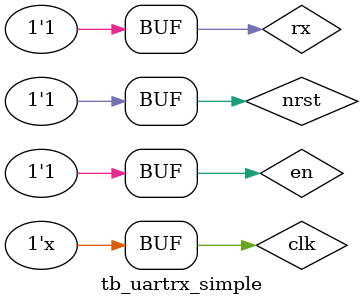
<source format=v>
`timescale 1ns / 1ps
`define CLK_PERIOD 10 //10ns
`define BAUD_MULT 10416 //10416 clks = 1 bit
module tb_uartrx_simple;

	// Inputs
	reg clk;
	reg nrst;
	reg en;
	reg rx;

	// Outputs
	wire [7:0] dout;

	// Instantiate the Unit Under Test (UUT)
	uartrx_simple uut (
		.clk(clk), 
		.nrst(nrst), 
		.en(en), 
		.rx(rx), 
		.dout(dout)
	);
  
  always begin
    #(`CLK_PERIOD/2) clk = ~clk;
  end

	initial begin
		// Initialize Inputs
		clk = 0;
		nrst = 0;
		en = 0;
		rx = 1'b1;

		// Wait 100 ns for global reset to finish
		#(`CLK_PERIOD*10);
    nrst = 1'b1;
    #(`CLK_PERIOD*10);
        
		// Add stimulus here
    #(`CLK_PERIOD * (`BAUD_MULT/2));
    en = 1'b1;
    #(`CLK_PERIOD * 5 * `BAUD_MULT);
    // Start bit
    rx = 0;
    #(`CLK_PERIOD * `BAUD_MULT);
    // bit 0
    rx = 1'b1;
    #(`CLK_PERIOD * `BAUD_MULT);
    // bit 1
    rx = 0;
    #(`CLK_PERIOD * `BAUD_MULT);
    // bit 2
    rx = 1'b1;
    #(`CLK_PERIOD * `BAUD_MULT);
    // bit 3
    rx = 1'b0;
    #(`CLK_PERIOD * `BAUD_MULT);
    // bit 4
    rx = 1'b0;
    #(`CLK_PERIOD * `BAUD_MULT);
    // bit 5
    rx = 1'b0;
    #(`CLK_PERIOD * `BAUD_MULT);
    // bit 6
    rx = 1'b1;
    #(`CLK_PERIOD * `BAUD_MULT);
    // bit 7
    rx = 1'b0;
    #(`CLK_PERIOD * `BAUD_MULT);
    // Stop bit
    rx = 1'b1;
    #(`CLK_PERIOD * `BAUD_MULT);
        
    // Start bit
    rx = 0;
    #(`CLK_PERIOD * `BAUD_MULT);
    // bit 0
    rx = 1'b0;
    #(`CLK_PERIOD * `BAUD_MULT);
    // bit 1
    rx = 1'b1;
    #(`CLK_PERIOD * `BAUD_MULT);
    // bit 2
    rx = 1'b1;
    #(`CLK_PERIOD * `BAUD_MULT);
    // bit 3
    rx = 1'b0;
    #(`CLK_PERIOD * `BAUD_MULT);
    // bit 4
    rx = 1'b1;
    #(`CLK_PERIOD * `BAUD_MULT);
    // bit 5
    rx = 1'b0;
    #(`CLK_PERIOD * `BAUD_MULT);
    // bit 6
    rx = 1'b1;
    #(`CLK_PERIOD * `BAUD_MULT);
    // bit 7
    rx = 1'b1;
    #(`CLK_PERIOD * `BAUD_MULT);
    // Stop bit
    rx = 1'b1;
    #(`CLK_PERIOD * `BAUD_MULT);

    #(`CLK_PERIOD * 10);
	end
      
endmodule


</source>
